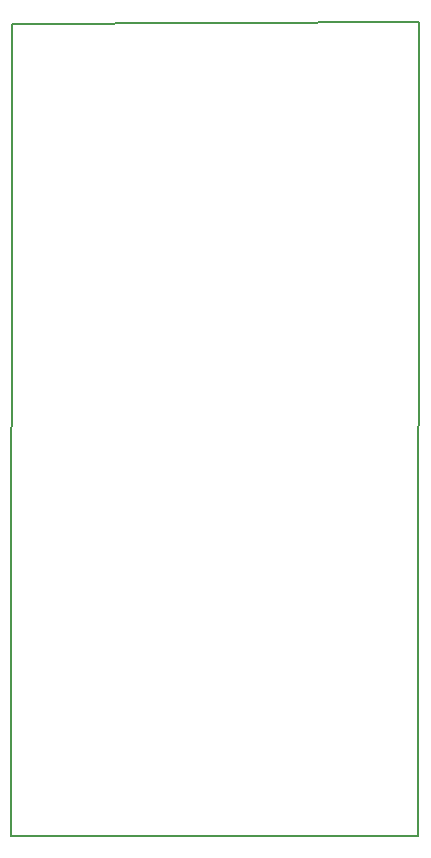
<source format=gbr>
G04 #@! TF.GenerationSoftware,KiCad,Pcbnew,(5.0.1)-rc2*
G04 #@! TF.CreationDate,2019-01-10T23:34:48-07:00*
G04 #@! TF.ProjectId,GPSLogger,4750534C6F676765722E6B696361645F,rev?*
G04 #@! TF.SameCoordinates,Original*
G04 #@! TF.FileFunction,Profile,NP*
%FSLAX46Y46*%
G04 Gerber Fmt 4.6, Leading zero omitted, Abs format (unit mm)*
G04 Created by KiCad (PCBNEW (5.0.1)-rc2) date 1/10/2019 11:34:48 PM*
%MOMM*%
%LPD*%
G01*
G04 APERTURE LIST*
%ADD10C,0.200000*%
G04 APERTURE END LIST*
D10*
X163068000Y-26733500D02*
X128587500Y-26924000D01*
X162941000Y-95694500D02*
X163068000Y-26733500D01*
X128524000Y-95694500D02*
X162941000Y-95694500D01*
X128587500Y-26924000D02*
X128524000Y-95694500D01*
M02*

</source>
